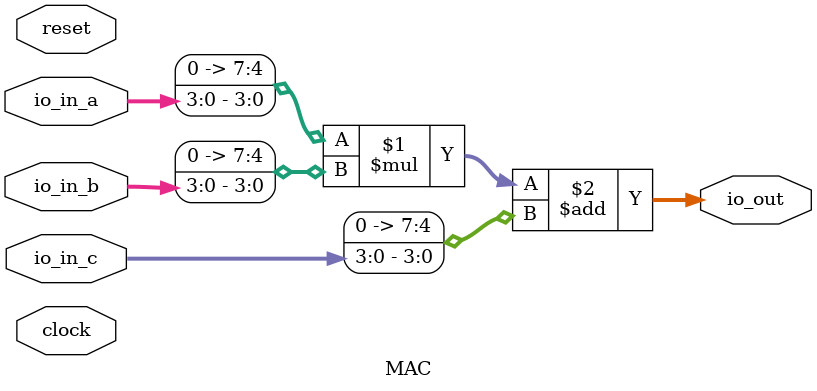
<source format=v>
module MAC(	// file.cleaned.mlir:2:3
  input        clock,	// file.cleaned.mlir:2:21
               reset,	// file.cleaned.mlir:2:37
  input  [3:0] io_in_a,	// file.cleaned.mlir:2:53
               io_in_b,	// file.cleaned.mlir:2:71
               io_in_c,	// file.cleaned.mlir:2:89
  output [7:0] io_out	// file.cleaned.mlir:2:108
);

  assign io_out = {4'h0, io_in_a} * {4'h0, io_in_b} + {4'h0, io_in_c};	// file.cleaned.mlir:3:14, :4:10, :5:10, :6:10, :7:10, :8:10, :9:5
endmodule


</source>
